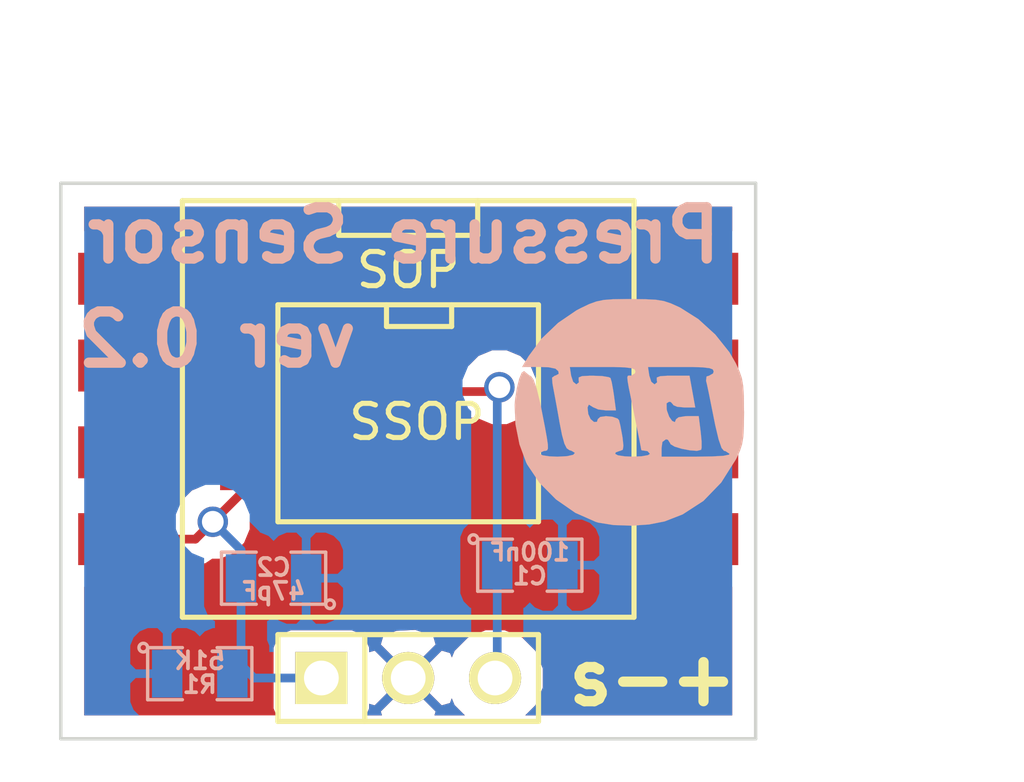
<source format=kicad_pcb>
(kicad_pcb (version 20221018) (generator pcbnew)
  (title_block (title "Pressure Sensors") (rev "0.2"))
  (layers (0 "F.Cu" signal) (31 "B.Cu" signal) (34 "B.Paste" user) (35 "F.Paste" user) (36 "B.SilkS" user) (37 "F.SilkS" user) (38 "B.Mask" user) (39 "F.Mask" user) (44 "Edge.Cuts" user))
  (net 0 "")
  (net 1 "GND")
  (net 2 "N-000007")
  (net 3 "N-000008")
  (footprint "PIN_ARRAY_3X1" (layer "F.Cu") (at 139.7 74.422)
    (fp_text reference "" (at 17.78 -7.874) (layer "F.SilkS") (effects (font (size 1.016 1.016) (thickness 0.1524))))
    (fp_text value "" hide)
    (fp_line (start -3.81 -1.27) (end 3.81 -1.27) (stroke (width 0.1524)) (layer "F.SilkS"))
    (fp_line (start -3.81 1.27) (end -3.81 -1.27) (stroke (width 0.1524)) (layer "F.SilkS"))
    (fp_line (start -1.27 -1.27) (end -1.27 1.27) (stroke (width 0.1524)) (layer "F.SilkS"))
    (fp_line (start 3.81 -1.27) (end 3.81 1.27) (stroke (width 0.1524)) (layer "F.SilkS"))
    (fp_line (start 3.81 1.27) (end -3.81 1.27) (stroke (width 0.1524)) (layer "F.SilkS"))
    (pad "1" thru_hole rect (at -2.54 0) (size 1.524 1.524) (drill 1.016) (layers "*.Cu" "*.Mask" "F.SilkS") (net 3 "N-000008"))
    (pad "2" thru_hole circle (at 0 0) (size 1.524 1.524) (drill 1.016) (layers "*.Cu" "*.Mask" "F.SilkS") (net 1 "GND"))
    (pad "3" thru_hole circle (at 2.54 0) (size 1.524 1.524) (drill 1.016) (layers "*.Cu" "*.Mask" "F.SilkS") (net 2 "N-000007"))
  )
  (footprint "SSOP" (layer "F.Cu") (at 139.7 66.675)
    (fp_text reference "SSOP" (at 0.254 0.254) (layer "F.SilkS"))
    (fp_text value "SOP" (at 0 -4.191) (layer "F.SilkS"))
    (fp_line (start -3.81 -3.175) (end -3.81 3.175) (stroke (width 0.15)) (layer "F.SilkS"))
    (fp_line (start -3.81 3.175) (end 3.81 3.175) (stroke (width 0.15)) (layer "F.SilkS"))
    (fp_line (start -0.635 -2.54) (end -0.635 -3.175) (stroke (width 0.15)) (layer "F.SilkS"))
    (fp_line (start 1.27 -3.175) (end 1.27 -2.54) (stroke (width 0.15)) (layer "F.SilkS"))
    (fp_line (start 1.27 -2.54) (end -0.635 -2.54) (stroke (width 0.15)) (layer "F.SilkS"))
    (fp_line (start 3.81 -3.175) (end -3.81 -3.175) (stroke (width 0.15)) (layer "F.SilkS"))
    (fp_line (start 3.81 3.175) (end 3.81 -3.175) (stroke (width 0.15)) (layer "F.SilkS"))
    (pad "1" smd rect (at -4.826 -1.905 270) (size 0.69 1.35) (layers "F.Cu" "F.Paste" "F.Mask"))
    (pad "2" smd rect (at -4.826 -0.635 270) (size 0.69 1.35) (layers "F.Cu" "F.Paste" "F.Mask"))
    (pad "3" smd rect (at -4.826 0.635 270) (size 0.69 1.35) (layers "F.Cu" "F.Paste" "F.Mask"))
    (pad "4" smd rect (at -4.826 1.905 270) (size 0.69 1.35) (layers "F.Cu" "F.Paste" "F.Mask"))
    (pad "5" smd rect (at 5.0165 1.905 270) (size 0.69 1.35) (layers "F.Cu" "F.Paste" "F.Mask"))
    (pad "6" smd rect (at 5.0165 0.635 270) (size 0.69 1.35) (layers "F.Cu" "F.Paste" "F.Mask"))
    (pad "7" smd rect (at 5.0165 -0.635 270) (size 0.69 1.35) (layers "F.Cu" "F.Paste" "F.Mask"))
    (pad "8" smd rect (at 5.0165 -1.905 270) (size 0.69 1.35) (layers "F.Cu" "F.Paste" "F.Mask"))
  )
  (footprint "SOP" (layer "F.Cu") (at 139.7 66.548)
    (fp_text reference "" (at 16.383 -4.572) (layer "F.SilkS") (effects (font (size 0.7493 0.7493) (thickness 0.14986))))
    (fp_text value "" (at 17.145 -2.794) (layer "F.SilkS") (effects (font (size 0.7493 0.7493) (thickness 0.14986))))
    (fp_line (start -6.604 6.096) (end -6.604 -6.096) (stroke (width 0.15)) (layer "F.SilkS"))
    (fp_line (start -2.032 -6.096) (end -2.032 -5.08) (stroke (width 0.15)) (layer "F.SilkS"))
    (fp_line (start 2.032 -6.096) (end 2.032 -5.08) (stroke (width 0.15)) (layer "F.SilkS"))
    (fp_line (start 2.032 -5.08) (end -2.032 -5.08) (stroke (width 0.15)) (layer "F.SilkS"))
    (fp_line (start 6.604 -6.096) (end -6.604 -6.096) (stroke (width 0.15)) (layer "F.SilkS"))
    (fp_line (start 6.604 -6.096) (end 6.604 6.096) (stroke (width 0.15)) (layer "F.SilkS"))
    (fp_line (start 6.604 6.096) (end -6.604 6.096) (stroke (width 0.15)) (layer "F.SilkS"))
    (pad "1" smd rect (at -8.382 -3.81 270) (size 1.52 2.54) (layers "F.Cu" "F.Paste" "F.Mask"))
    (pad "2" smd rect (at -8.382 -1.27 270) (size 1.52 2.54) (layers "F.Cu" "F.Paste" "F.Mask") (net 2 "N-000007"))
    (pad "3" smd rect (at -8.382 1.27 270) (size 1.52 2.54) (layers "F.Cu" "F.Paste" "F.Mask") (net 1 "GND"))
    (pad "4" smd rect (at -8.382 3.81 270) (size 1.52 2.54) (layers "F.Cu" "F.Paste" "F.Mask") (net 3 "N-000008"))
    (pad "5" smd rect (at 8.382 3.81 270) (size 1.52 2.54) (layers "F.Cu" "F.Paste" "F.Mask"))
    (pad "6" smd rect (at 8.382 1.27 270) (size 1.52 2.54) (layers "F.Cu" "F.Paste" "F.Mask"))
    (pad "7" smd rect (at 8.382 -1.27 270) (size 1.52 2.54) (layers "F.Cu" "F.Paste" "F.Mask"))
    (pad "8" smd rect (at 8.382 -3.81 270) (size 1.52 2.54) (layers "F.Cu" "F.Paste" "F.Mask"))
  )
  (footprint "SM0805" (layer "B.Cu") (at 143.256 71.12)
    (fp_text reference "C1" (at 0 0.3175) (layer "B.SilkS") (effects (font (size 0.50038 0.50038) (thickness 0.10922)) (justify mirror)))
    (fp_text value "100nF" (at 0 -0.381) (layer "B.SilkS") (effects (font (size 0.50038 0.50038) (thickness 0.10922)) (justify mirror)))
    (fp_line (start -1.524 -0.762) (end -1.524 0.762) (stroke (width 0.09906)) (layer "B.SilkS"))
    (fp_line (start -1.524 0.762) (end -0.508 0.762) (stroke (width 0.09906)) (layer "B.SilkS"))
    (fp_line (start -0.508 -0.762) (end -1.524 -0.762) (stroke (width 0.09906)) (layer "B.SilkS"))
    (fp_line (start 0.508 0.762) (end 1.524 0.762) (stroke (width 0.09906)) (layer "B.SilkS"))
    (fp_line (start 1.524 -0.762) (end 0.508 -0.762) (stroke (width 0.09906)) (layer "B.SilkS"))
    (fp_line (start 1.524 0.762) (end 1.524 -0.762) (stroke (width 0.09906)) (layer "B.SilkS"))
    (fp_circle (center -1.651 -0.762) (end -1.651 -0.635) (stroke (width 0.09906)) (fill none) (layer "B.SilkS"))
    (pad "1" smd rect (at -0.9525 0) (size 0.889 1.397) (layers "B.Cu" "B.Paste" "B.Mask") (net 2 "N-000007"))
    (pad "2" smd rect (at 0.9525 0) (size 0.889 1.397) (layers "B.Cu" "B.Paste" "B.Mask") (net 1 "GND"))
  )
  (footprint "SM0805" (layer "B.Cu") (at 135.763 71.501 180)
    (fp_text reference "C2" (at 0 0.3175 180) (layer "B.SilkS") (effects (font (size 0.50038 0.50038) (thickness 0.10922)) (justify mirror)))
    (fp_text value "47pF" (at 0 -0.381 180) (layer "B.SilkS") (effects (font (size 0.50038 0.50038) (thickness 0.10922)) (justify mirror)))
    (fp_line (start -1.524 -0.762) (end -1.524 0.762) (stroke (width 0.09906)) (layer "B.SilkS"))
    (fp_line (start -1.524 0.762) (end -0.508 0.762) (stroke (width 0.09906)) (layer "B.SilkS"))
    (fp_line (start -0.508 -0.762) (end -1.524 -0.762) (stroke (width 0.09906)) (layer "B.SilkS"))
    (fp_line (start 0.508 0.762) (end 1.524 0.762) (stroke (width 0.09906)) (layer "B.SilkS"))
    (fp_line (start 1.524 -0.762) (end 0.508 -0.762) (stroke (width 0.09906)) (layer "B.SilkS"))
    (fp_line (start 1.524 0.762) (end 1.524 -0.762) (stroke (width 0.09906)) (layer "B.SilkS"))
    (fp_circle (center -1.651 -0.762) (end -1.651 -0.635) (stroke (width 0.09906)) (fill none) (layer "B.SilkS"))
    (pad "1" smd rect (at -0.9525 0 180) (size 0.889 1.397) (layers "B.Cu" "B.Paste" "B.Mask") (net 1 "GND"))
    (pad "2" smd rect (at 0.9525 0 180) (size 0.889 1.397) (layers "B.Cu" "B.Paste" "B.Mask") (net 3 "N-000008"))
  )
  (footprint "SM0805" (layer "B.Cu") (at 133.604 74.295)
    (fp_text reference "R1" (at 0 0.3175) (layer "B.SilkS") (effects (font (size 0.50038 0.50038) (thickness 0.10922)) (justify mirror)))
    (fp_text value "51K" (at 0 -0.381) (layer "B.SilkS") (effects (font (size 0.50038 0.50038) (thickness 0.10922)) (justify mirror)))
    (fp_line (start -1.524 -0.762) (end -1.524 0.762) (stroke (width 0.09906)) (layer "B.SilkS"))
    (fp_line (start -1.524 0.762) (end -0.508 0.762) (stroke (width 0.09906)) (layer "B.SilkS"))
    (fp_line (start -0.508 -0.762) (end -1.524 -0.762) (stroke (width 0.09906)) (layer "B.SilkS"))
    (fp_line (start 0.508 0.762) (end 1.524 0.762) (stroke (width 0.09906)) (layer "B.SilkS"))
    (fp_line (start 1.524 -0.762) (end 0.508 -0.762) (stroke (width 0.09906)) (layer "B.SilkS"))
    (fp_line (start 1.524 0.762) (end 1.524 -0.762) (stroke (width 0.09906)) (layer "B.SilkS"))
    (fp_circle (center -1.651 -0.762) (end -1.651 -0.635) (stroke (width 0.09906)) (fill none) (layer "B.SilkS"))
    (pad "1" smd rect (at -0.9525 0) (size 0.889 1.397) (layers "B.Cu" "B.Paste" "B.Mask") (net 1 "GND"))
    (pad "2" smd rect (at 0.9525 0) (size 0.889 1.397) (layers "B.Cu" "B.Paste" "B.Mask") (net 3 "N-000008"))
  )
  (footprint "LOGO_F" (layer "B.Cu") (at 146.177 66.675)
    (fp_text reference "" hide)
    (fp_text value "" hide)
    (fp_poly (pts (xy 3.34518 -0.04318) (xy 3.3401 0.381) (xy 3.32486 0.68326) (xy 3.28676 0.90932) (xy 3.22326 1.1049) (xy 3.12166 1.3208) (xy 3.10896 1.3462) (xy 2.921 1.64084) (xy 2.921 1.18618) (xy 2.79654 1.1049) (xy 2.75844 1.09982) (xy 2.68732 1.016) (xy 2.60096 0.76708) (xy 2.5019 0.35052) (xy 2.46126 0.14732) (xy 2.38252 -0.24638) (xy 2.31394 -0.58928) (xy 2.2606 -0.84074) (xy 2.23266 -0.9525) (xy 2.2479 -1.07696) (xy 2.32156 -1.09982) (xy 2.4384 -1.16586) (xy 2.45618 -1.22682) (xy 2.42824 -1.28524) (xy 2.33172 -1.3208) (xy 2.13868 -1.34366) (xy 1.82372 -1.35382) (xy 1.49606 -1.35382) (xy 0.53594 -1.35382) (xy 0.57404 -1.09982) (xy 0.63246 -0.92202) (xy 0.7239 -0.84836) (xy 0.72644 -0.84582) (xy 0.80264 -0.90678) (xy 0.79248 -0.97536) (xy 0.79248 -1.04648) (xy 0.889 -1.08458) (xy 1.10744 -1.09982) (xy 1.24714 -1.09982) (xy 1.75006 -1.09982) (xy 1.83388 -0.635) (xy 1.9177 -0.17018) (xy 1.59258 -0.17018) (xy 1.38684 -0.1905) (xy 1.27508 -0.23876) (xy 1.27 -0.254) (xy 1.20142 -0.3302) (xy 1.15316 -0.33782) (xy 1.0795 -0.2921) (xy 1.08204 -0.127) (xy 1.0922 -0.07112) (xy 1.1557 0.1016) (xy 1.24206 0.22352) (xy 1.3208 0.25908) (xy 1.35382 0.1778) (xy 1.35382 0.17526) (xy 1.43002 0.11684) (xy 1.61544 0.08636) (xy 1.68656 0.08382) (xy 2.0193 0.08382) (xy 2.07772 0.55372) (xy 2.10312 0.81788) (xy 2.10312 1.01092) (xy 2.09042 1.06934) (xy 1.9685 1.09982) (xy 1.76022 1.08458) (xy 1.52146 1.03886) (xy 1.31318 0.97536) (xy 1.1938 0.90424) (xy 1.18618 0.88138) (xy 1.1176 0.7747) (xy 1.05918 0.762) (xy 0.95758 0.8382) (xy 0.93218 1.016) (xy 0.93218 1.27) (xy 1.95072 1.27) (xy 2.42062 1.26238) (xy 2.74066 1.2446) (xy 2.90322 1.21158) (xy 2.921 1.18618) (xy 2.921 1.64084) (xy 2.67716 2.02692) (xy 2.15646 2.5654) (xy 1.5494 2.9591) (xy 1.02108 3.16484) (xy 0.59182 3.24866) (xy 0.59182 1.18618) (xy 0.52324 1.10998) (xy 0.46482 1.09982) (xy 0.35306 1.08458) (xy 0.33782 1.06934) (xy 0.32258 0.98044) (xy 0.2794 0.75692) (xy 0.21336 0.4318) (xy 0.13462 0.04064) (xy 0.127 0) (xy 0.03556 -0.44958) (xy -0.02794 -0.75692) (xy -0.06096 -0.94996) (xy -0.06858 -1.0541) (xy -0.05334 -1.09728) (xy -0.01524 -1.1049) (xy 0.04318 -1.09982) (xy 0.15494 -1.1684) (xy 0.17018 -1.22682) (xy 0.14224 -1.28524) (xy 0.04572 -1.3208) (xy -0.14732 -1.34366) (xy -0.46228 -1.35382) (xy -0.78994 -1.35382) (xy -1.75006 -1.35382) (xy -1.71196 -1.09982) (xy -1.65354 -0.92202) (xy -1.5621 -0.84836) (xy -1.55956 -0.84582) (xy -1.48336 -0.90678) (xy -1.49352 -0.97282) (xy -1.49098 -1.04902) (xy -1.39446 -1.08712) (xy -1.1684 -1.09982) (xy -1.07188 -1.09982) (xy -0.80772 -1.08966) (xy -0.61976 -1.05918) (xy -0.56134 -1.03378) (xy -0.52578 -0.9144) (xy -0.48514 -0.69088) (xy -0.45974 -0.52578) (xy -0.40132 -0.08382) (xy -0.69342 -0.08382) (xy -0.91948 -0.11176) (xy -1.07696 -0.18034) (xy -1.08204 -0.18542) (xy -1.1938 -0.254) (xy -1.2319 -0.17018) (xy -1.21158 0.02032) (xy -1.143 0.17018) (xy -1.04394 0.254) (xy -0.95758 0.24892) (xy -0.93218 0.17018) (xy -0.86106 0.10668) (xy -0.69596 0.08382) (xy -0.50546 0.1016) (xy -0.35306 0.15494) (xy -0.31242 0.20066) (xy -0.27432 0.35052) (xy -0.2286 0.59436) (xy -0.20828 0.70866) (xy -0.18288 0.94996) (xy -0.20066 1.0668) (xy -0.27686 1.09982) (xy -0.28702 1.09982) (xy -0.4064 1.143) (xy -0.42418 1.18618) (xy -0.34544 1.22936) (xy -0.14478 1.25984) (xy 0.08382 1.27) (xy 0.3556 1.2573) (xy 0.53848 1.22428) (xy 0.59182 1.18618) (xy 0.59182 3.24866) (xy 0.5715 3.25374) (xy 0.0508 3.2893) (xy -0.4699 3.27152) (xy -0.91694 3.2004) (xy -0.99314 3.17754) (xy -1.59004 2.91338) (xy -2.15392 2.52222) (xy -2.63652 2.03708) (xy -2.99974 1.49606) (xy -3.03022 1.43256) (xy -3.22326 0.90932) (xy -3.3401 0.32258) (xy -3.3655 -0.2413) (xy -3.3528 -0.39624) (xy -3.29946 -0.7366) (xy -3.23088 -1.01092) (xy -3.15722 -1.18872) (xy -3.0861 -1.23698) (xy -3.06578 -1.21666) (xy -2.93624 -1.10998) (xy -2.88544 -1.08712) (xy -2.80924 -0.98298) (xy -2.7178 -0.71374) (xy -2.6162 -0.2921) (xy -2.57302 -0.08128) (xy -2.48158 0.38354) (xy -2.42316 0.70612) (xy -2.39268 0.9144) (xy -2.39014 1.03124) (xy -2.41554 1.08458) (xy -2.4638 1.09982) (xy -2.49682 1.09982) (xy -2.61112 1.14554) (xy -2.62382 1.18618) (xy -2.54762 1.22936) (xy -2.34696 1.25984) (xy -2.11582 1.27) (xy -1.8288 1.25476) (xy -1.651 1.21412) (xy -1.60274 1.15824) (xy -1.7018 1.09728) (xy -1.76276 1.0795) (xy -1.8415 1.02362) (xy -1.91008 0.88646) (xy -1.97866 0.63754) (xy -2.05486 0.25146) (xy -2.06248 0.2032) (xy -2.13106 -0.18288) (xy -2.19456 -0.52578) (xy -2.24282 -0.78232) (xy -2.25806 -0.86868) (xy -2.27076 -1.0414) (xy -2.19202 -1.09982) (xy -2.1717 -1.10236) (xy -2.07772 -1.15316) (xy -2.08534 -1.22936) (xy -2.1717 -1.30556) (xy -2.36728 -1.3462) (xy -2.6416 -1.35636) (xy -3.14706 -1.35382) (xy -2.95656 -1.67132) (xy -2.5781 -2.18186) (xy -2.09296 -2.64668) (xy -1.55702 -3.01244) (xy -1.44018 -3.0734) (xy -1.18618 -3.19532) (xy -0.97536 -3.27152) (xy -0.75692 -3.31724) (xy -0.48514 -3.33756) (xy -0.10668 -3.34264) (xy 0.04064 -3.34264) (xy 0.46482 -3.33756) (xy 0.76962 -3.32232) (xy 1.00076 -3.28422) (xy 1.2065 -3.21564) (xy 1.43764 -3.1115) (xy 1.47574 -3.09372) (xy 2.00914 -2.7559) (xy 2.50444 -2.30378) (xy 2.91592 -1.78816) (xy 3.10134 -1.46812) (xy 3.21056 -1.2319) (xy 3.28168 -1.02616) (xy 3.31978 -0.8001) (xy 3.3401 -0.50546) (xy 3.34264 -0.09398) (xy 3.34518 -0.04318)) (stroke (width 0.00254)) (fill solid) (layer "B.SilkS"))
  )
  (gr_line (start 129.54 59.944) (end 129.54 76.2) (stroke (width 0.1)) (layer "Edge.Cuts"))
  (gr_line (start 129.54 59.944) (end 149.86 59.944) (stroke (width 0.1)) (layer "Edge.Cuts"))
  (gr_line (start 149.86 59.944) (end 149.86 76.2) (stroke (width 0.1)) (layer "Edge.Cuts"))
  (gr_line (start 129.54 76.2) (end 149.86 76.2) (stroke (width 0.1)) (layer "Edge.Cuts"))
  (gr_text "ver 0.2\n" (at 134.112 64.516) (layer "B.SilkS") (effects (font (size 1.5 1.5) (thickness 0.3)) (justify mirror)))
  (gr_text "Pressure Sensor" (at 139.573 61.468) (layer "B.SilkS") (effects (font (size 1.5 1.5) (thickness 0.3)) (justify mirror)))
  (gr_text "-" (at 146.558 74.422) (layer "F.SilkS") (effects (font (size 1.5 1.5) (thickness 0.3))))
  (gr_text "+" (at 148.336 74.422) (layer "F.SilkS") (effects (font (size 1.5 1.5) (thickness 0.3))))
  (gr_text "s" (at 145.034 74.422) (layer "F.SilkS") (effects (font (size 1.5 1.5) (thickness 0.3))))
  (segment (start 132.715 67.818) (end 133.223 67.31) (width 0.254) (layer "F.Cu") (net 1))
  (segment (start 133.223 67.31) (end 134.874 67.31) (width 0.254) (layer "F.Cu") (net 1))
  (segment (start 136.398 67.31) (end 136.525 67.183) (width 0.254) (layer "F.Cu") (net 1))
  (segment (start 131.318 67.818) (end 132.715 67.818) (width 0.254) (layer "F.Cu") (net 1))
  (segment (start 134.874 67.31) (end 136.398 67.31) (width 0.254) (layer "F.Cu") (net 1))
  (segment (start 131.826 65.278) (end 132.588 66.04) (width 0.254) (layer "F.Cu") (net 2))
  (segment (start 132.588 66.04) (end 142.24 66.04) (width 0.254) (layer "F.Cu") (net 2))
  (segment (start 142.24 66.04) (end 142.367 65.913) (width 0.254) (layer "F.Cu") (net 2))
  (segment (start 131.318 65.278) (end 131.826 65.278) (width 0.254) (layer "F.Cu") (net 2))
  (via (at 142.367 65.913) (size 0.889) (drill 0.635) (layers "F.Cu" "B.Cu") (net 2))
  (segment (start 142.367 65.913) (end 142.3035 65.9765) (width 0.254) (layer "B.Cu") (net 2))
  (segment (start 142.3035 65.9765) (end 142.3035 71.12) (width 0.254) (layer "B.Cu") (net 2))
  (segment (start 142.3035 74.3585) (end 142.24 74.422) (width 0.254) (layer "B.Cu") (net 2))
  (segment (start 142.3035 71.12) (end 142.3035 74.3585) (width 0.254) (layer "B.Cu") (net 2))
  (segment (start 133.477 70.358) (end 133.985 69.85) (width 0.254) (layer "F.Cu") (net 3))
  (segment (start 134.874 68.961) (end 133.985 69.85) (width 0.254) (layer "F.Cu") (net 3))
  (segment (start 131.318 70.358) (end 133.477 70.358) (width 0.254) (layer "F.Cu") (net 3))
  (segment (start 134.874 68.58) (end 134.874 68.961) (width 0.254) (layer "F.Cu") (net 3))
  (via (at 133.985 69.85) (size 0.889) (drill 0.635) (layers "F.Cu" "B.Cu") (net 3))
  (segment (start 133.985 69.85) (end 134.8105 70.6755) (width 0.254) (layer "B.Cu") (net 3))
  (segment (start 134.8105 70.6755) (end 134.8105 74.041) (width 0.254) (layer "B.Cu") (net 3))
  (segment (start 134.8105 74.041) (end 135.1915 74.422) (width 0.254) (layer "B.Cu") (net 3))
  (segment (start 135.1915 74.422) (end 137.16 74.422) (width 0.254) (layer "B.Cu") (net 3))
  (zone (net 1) (net_name "GND") (layer "F.Cu") (connect_pads (clearance 0.508)) (min_thickness 0.254) (fill (thermal_gap 0.508) (thermal_bridge_width 0.508))
    (polygon (pts (xy 128.524 59.055) (xy 150.876 59.055) (xy 150.876 77.089) (xy 128.27 77.089)))
  )
  (zone (net 1) (net_name "GND") (layer "B.Cu") (connect_pads (clearance 0.508)) (min_thickness 0.254) (fill (thermal_gap 0.508) (thermal_bridge_width 0.508))
    (polygon (pts (xy 128.016 58.674) (xy 151.384 58.674) (xy 151.384 77.47) (xy 127.762 77.47)))
  )
)
</source>
